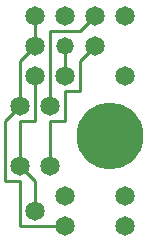
<source format=gtl>
%MOIN*%
%FSLAX25Y25*%
G04 D10 used for Character Trace; *
G04     Circle (OD=.01000) (No hole)*
G04 D11 used for Power Trace; *
G04     Circle (OD=.06700) (No hole)*
G04 D12 used for Signal Trace; *
G04     Circle (OD=.01100) (No hole)*
G04 D13 used for Via; *
G04     Circle (OD=.05800) (Round. Hole ID=.02800)*
G04 D14 used for Component hole; *
G04     Circle (OD=.06500) (Round. Hole ID=.03500)*
G04 D15 used for Component hole; *
G04     Circle (OD=.06700) (Round. Hole ID=.04300)*
G04 D16 used for Component hole; *
G04     Circle (OD=.08100) (Round. Hole ID=.05100)*
G04 D17 used for Component hole; *
G04     Circle (OD=.08900) (Round. Hole ID=.05900)*
G04 D18 used for Component hole; *
G04     Circle (OD=.11300) (Round. Hole ID=.08300)*
G04 D19 used for Component hole; *
G04     Circle (OD=.16000) (Round. Hole ID=.13000)*
G04 D20 used for Component hole; *
G04     Circle (OD=.18300) (Round. Hole ID=.15300)*
G04 D21 used for Component hole; *
G04     Circle (OD=.22291) (Round. Hole ID=.19291)*
%ADD10C,.01000*%
%ADD11C,.06700*%
%ADD12C,.01100*%
%ADD13C,.05800*%
%ADD14C,.06500*%
%ADD15C,.06700*%
%ADD16C,.08100*%
%ADD17C,.08900*%
%ADD18C,.11300*%
%ADD19C,.16000*%
%ADD20C,.18300*%
%ADD21C,.22291*%
%IPPOS*%
%LPD*%
G90*X0Y0D02*D12*X10000Y5000D02*X25000D01*D14*D03* 
X15000Y10000D03*D12*Y20000D01*X10000Y25000D01*D14*
D03*D12*Y40000D01*X15000D01*Y55000D01*D14*D03*D12*
X10000Y45000D02*Y60000D01*D14*Y45000D03*D12*      
X5000Y40000D01*Y20000D01*X10000D01*Y5000D01*D14*  
X25000Y15000D03*X20000Y25000D03*D12*Y40000D01*    
X25000D01*Y50000D01*X30000D01*Y60000D01*          
X35000Y65000D01*D14*D03*D12*X20000Y70000D02*      
X30000D01*X20000Y45000D02*Y70000D01*D14*Y45000D03*
X25000Y55000D03*D12*Y65000D01*D13*D03*D12*        
X30000Y70000D02*X35000Y75000D01*D14*D03*X45000D03*
X25000D03*X15000D03*D12*Y65000D01*D14*D03*D12*    
X10000Y60000D01*D21*X40000Y35000D03*D14*          
X45000Y55000D03*Y15000D03*Y5000D03*M02*           

</source>
